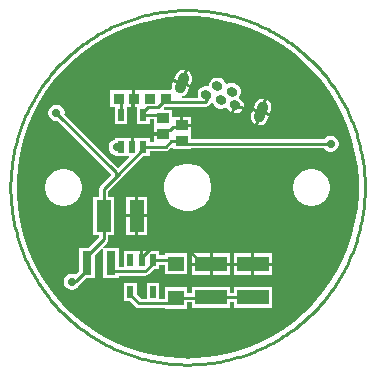
<source format=gtl>
G04*
G04 #@! TF.GenerationSoftware,Altium Limited,Altium Designer,22.0.2 (36)*
G04*
G04 Layer_Physical_Order=1*
G04 Layer_Color=255*
%FSLAX25Y25*%
%MOIN*%
G70*
G04*
G04 #@! TF.SameCoordinates,1EF7E0F6-051E-4D54-85AB-B994BD640D93*
G04*
G04*
G04 #@! TF.FilePolarity,Positive*
G04*
G01*
G75*
%ADD13C,0.01000*%
%ADD24R,0.03347X0.03740*%
%ADD25R,0.03937X0.03543*%
%ADD26R,0.02165X0.03937*%
%ADD27R,0.05512X0.05118*%
%ADD28R,0.03150X0.07874*%
%ADD29R,0.10630X0.05118*%
%ADD30R,0.05118X0.10630*%
G04:AMPARAMS|DCode=31|XSize=71.5mil|YSize=35.75mil|CornerRadius=0mil|HoleSize=0mil|Usage=FLASHONLY|Rotation=250.000|XOffset=0mil|YOffset=0mil|HoleType=Round|Shape=Round|*
%AMOVALD31*
21,1,0.03575,0.03575,0.00000,0.00000,250.0*
1,1,0.03575,0.00611,0.01680*
1,1,0.03575,-0.00611,-0.01680*
%
%ADD31OVALD31*%

G04:AMPARAMS|DCode=32|XSize=37.4mil|YSize=31.5mil|CornerRadius=0mil|HoleSize=0mil|Usage=FLASHONLY|Rotation=340.000|XOffset=0mil|YOffset=0mil|HoleType=Round|Shape=Round|*
%AMOVALD32*
21,1,0.00591,0.03150,0.00000,0.00000,340.0*
1,1,0.03150,-0.00278,0.00101*
1,1,0.03150,0.00278,-0.00101*
%
%ADD32OVALD32*%

%ADD33C,0.02756*%
G36*
X6705Y56648D02*
X11129Y55948D01*
X15484Y54902D01*
X19744Y53518D01*
X23882Y51804D01*
X27873Y49771D01*
X31692Y47430D01*
X35315Y44798D01*
X38721Y41889D01*
X41889Y38721D01*
X44798Y35315D01*
X47430Y31692D01*
X49771Y27873D01*
X51804Y23882D01*
X53518Y19744D01*
X54902Y15484D01*
X55948Y11129D01*
X56648Y6705D01*
X57000Y2240D01*
Y-2240D01*
X56648Y-6705D01*
X55948Y-11129D01*
X54902Y-15484D01*
X53518Y-19744D01*
X51804Y-23882D01*
X49771Y-27873D01*
X47430Y-31692D01*
X44798Y-35315D01*
X41889Y-38721D01*
X38721Y-41889D01*
X35315Y-44798D01*
X31692Y-47430D01*
X27873Y-49771D01*
X23882Y-51804D01*
X19744Y-53518D01*
X15484Y-54902D01*
X11129Y-55948D01*
X6705Y-56648D01*
X2240Y-57000D01*
X0Y-57000D01*
X-2240D01*
X-6705Y-56648D01*
X-11129Y-55948D01*
X-15484Y-54902D01*
X-19744Y-53518D01*
X-23882Y-51804D01*
X-27873Y-49771D01*
X-31692Y-47430D01*
X-35315Y-44798D01*
X-38721Y-41889D01*
X-41889Y-38721D01*
X-44798Y-35315D01*
X-47430Y-31692D01*
X-49771Y-27873D01*
X-51804Y-23882D01*
X-53518Y-19744D01*
X-54902Y-15484D01*
X-55948Y-11129D01*
X-56648Y-6705D01*
X-57000Y-2240D01*
Y2240D01*
X-56648Y6705D01*
X-55948Y11129D01*
X-54902Y15484D01*
X-53518Y19744D01*
X-51804Y23882D01*
X-49771Y27873D01*
X-47430Y31692D01*
X-44798Y35315D01*
X-41889Y38721D01*
X-38721Y41889D01*
X-35315Y44798D01*
X-31692Y47430D01*
X-27873Y49771D01*
X-23882Y51804D01*
X-19744Y53518D01*
X-15484Y54902D01*
X-11129Y55948D01*
X-6705Y56648D01*
X-2240Y57000D01*
X2240D01*
X6705Y56648D01*
D02*
G37*
%LPC*%
G36*
X-1050Y39242D02*
X-1783Y39210D01*
X-2483Y38989D01*
X-3102Y38595D01*
X-3598Y38054D01*
X-3937Y37403D01*
X-4377Y36193D01*
X-2205Y35403D01*
X-826Y39192D01*
X-1050Y39242D01*
D02*
G37*
G36*
X114Y38850D02*
X-1265Y35061D01*
X907Y34270D01*
X1347Y35480D01*
X1506Y36196D01*
X1474Y36930D01*
X1253Y37629D01*
X859Y38248D01*
X318Y38744D01*
X114Y38850D01*
D02*
G37*
G36*
X10347Y36610D02*
X9583D01*
X8845Y36413D01*
X8184Y36031D01*
X7644Y35490D01*
X7262Y34829D01*
X7064Y34091D01*
Y34071D01*
X6667Y33767D01*
X6596Y33786D01*
X5832D01*
X5094Y33588D01*
X4433Y33206D01*
X3892Y32666D01*
X3510Y32004D01*
X3313Y31266D01*
Y30502D01*
X3374Y30272D01*
X3070Y29876D01*
X-1754D01*
X-1831Y30376D01*
X-1329Y30534D01*
X-710Y30928D01*
X-215Y31470D01*
X124Y32120D01*
X565Y33330D01*
X-2077Y34292D01*
X-4719Y35253D01*
X-5159Y34044D01*
X-5318Y33327D01*
X-5300Y32898D01*
X-5704Y32398D01*
X-14740D01*
X-15075Y32398D01*
Y32398D01*
X-15240D01*
Y32398D01*
X-17413D01*
Y29528D01*
Y26658D01*
X-16847D01*
Y21244D01*
X-12681D01*
Y22683D01*
X-11236D01*
Y20358D01*
Y18315D01*
X-8268D01*
Y17315D01*
X-11236D01*
Y15112D01*
X-12681D01*
Y16551D01*
X-18004D01*
Y13583D01*
X-19004D01*
Y16551D01*
X-24327D01*
Y15997D01*
X-24666Y15906D01*
X-25283Y15550D01*
X-25786Y15047D01*
X-26142Y14430D01*
X-26327Y13742D01*
Y13030D01*
X-26142Y12342D01*
X-25786Y11725D01*
X-25283Y11221D01*
X-24666Y10865D01*
X-24327Y10774D01*
Y10614D01*
X-19663D01*
X-19471Y10152D01*
X-23179Y6444D01*
X-41035Y24301D01*
X-40996Y24447D01*
Y25159D01*
X-41180Y25847D01*
X-41537Y26464D01*
X-42040Y26967D01*
X-42657Y27324D01*
X-43345Y27508D01*
X-44057D01*
X-44745Y27324D01*
X-45362Y26967D01*
X-45865Y26464D01*
X-46221Y25847D01*
X-46406Y25159D01*
Y24447D01*
X-46221Y23759D01*
X-45865Y23142D01*
X-45362Y22639D01*
X-44745Y22283D01*
X-44057Y22098D01*
X-43345D01*
X-43198Y22138D01*
X-25496Y4435D01*
Y4128D01*
X-29034Y589D01*
X-29366Y93D01*
X-29482Y-492D01*
Y-3134D01*
X-31512D01*
Y-15764D01*
X-29482D01*
Y-16689D01*
X-33053Y-20260D01*
X-36039D01*
Y-27971D01*
X-37225Y-29157D01*
X-37539Y-28976D01*
X-38227Y-28791D01*
X-38939D01*
X-39627Y-28976D01*
X-40243Y-29332D01*
X-40747Y-29835D01*
X-41103Y-30452D01*
X-41287Y-31140D01*
Y-31852D01*
X-41103Y-32540D01*
X-40747Y-33157D01*
X-40243Y-33660D01*
X-39627Y-34016D01*
X-38939Y-34201D01*
X-38227D01*
X-37539Y-34016D01*
X-36922Y-33660D01*
X-36418Y-33157D01*
X-36062Y-32540D01*
X-35982Y-32239D01*
X-33876Y-30134D01*
X-30890D01*
Y-22423D01*
X-28622Y-20155D01*
X-28165Y-20405D01*
X-28165Y-20699D01*
Y-30134D01*
X-23016D01*
Y-29482D01*
X-14096D01*
X-13511Y-29366D01*
X-13015Y-29034D01*
X-11162Y-27181D01*
X-9532D01*
Y-25742D01*
X-7693D01*
Y-28953D01*
X-181D01*
Y-21835D01*
X-7693D01*
Y-22683D01*
X-9532D01*
Y-21244D01*
X-14854D01*
Y-24213D01*
X-15854D01*
Y-21244D01*
X-21177D01*
Y-26423D01*
X-23016D01*
Y-20260D01*
X-27690D01*
X-28020Y-20260D01*
X-28270Y-19803D01*
X-26871Y-18404D01*
X-26540Y-17908D01*
X-26423Y-17323D01*
Y-15764D01*
X-24394D01*
Y-3134D01*
X-26423D01*
Y-1126D01*
X-22885Y2413D01*
X-14684Y10614D01*
X-12681D01*
Y12053D01*
X-7346D01*
X-6760Y12170D01*
X-6264Y12501D01*
X-5399Y13366D01*
X-4937Y13175D01*
Y12681D01*
X1000D01*
Y13037D01*
X45398D01*
X45474Y12906D01*
X45977Y12403D01*
X46594Y12047D01*
X47282Y11862D01*
X47994D01*
X48682Y12047D01*
X49299Y12403D01*
X49802Y12906D01*
X50158Y13523D01*
X50343Y14211D01*
Y14923D01*
X50158Y15611D01*
X49802Y16228D01*
X49299Y16731D01*
X48682Y17087D01*
X47994Y17272D01*
X47282D01*
X46594Y17087D01*
X45977Y16731D01*
X45474Y16228D01*
X45398Y16096D01*
X1000D01*
Y17996D01*
Y20268D01*
X-1969D01*
Y20768D01*
X-2468D01*
Y23539D01*
X-4937D01*
X-5299Y23872D01*
Y25902D01*
X-7742D01*
X-7952Y26379D01*
X-7728Y26658D01*
X-4610D01*
Y26817D01*
X5692D01*
X6278Y26934D01*
X6774Y27265D01*
X7641Y28132D01*
X7733Y28270D01*
X8264Y28183D01*
X8278Y28171D01*
X8320Y28014D01*
X8702Y27352D01*
X9242Y26812D01*
X9904Y26430D01*
X10642Y26232D01*
X11406D01*
X12144Y26430D01*
X12584Y26684D01*
X13161Y26517D01*
X13202Y26387D01*
X13566Y25815D01*
X14066Y25357D01*
X14484Y25139D01*
X15363Y27554D01*
X15833Y27383D01*
X16004Y27853D01*
X18660Y26886D01*
X18698Y27056D01*
X18668Y27733D01*
X18464Y28380D01*
X18100Y28952D01*
X17600Y29410D01*
X17230Y29603D01*
X17102Y30153D01*
X17117Y30212D01*
X17479Y30838D01*
X17676Y31576D01*
Y32340D01*
X17479Y33078D01*
X17097Y33740D01*
X16556Y34280D01*
X15895Y34662D01*
X15157Y34860D01*
X14393D01*
X13655Y34662D01*
X13288Y34450D01*
X12711Y34672D01*
X12669Y34829D01*
X12287Y35490D01*
X11747Y36031D01*
X11085Y36413D01*
X10347Y36610D01*
D02*
G37*
G36*
X25402Y29614D02*
X24669Y29582D01*
X23969Y29362D01*
X23350Y28967D01*
X22854Y28426D01*
X22515Y27775D01*
X22075Y26565D01*
X24247Y25775D01*
X25626Y29565D01*
X25402Y29614D01*
D02*
G37*
G36*
X16132Y26743D02*
X15424Y24797D01*
X15884Y24695D01*
X16562Y24725D01*
X17208Y24929D01*
X17780Y25293D01*
X18238Y25793D01*
X18318Y25947D01*
X16132Y26743D01*
D02*
G37*
G36*
X26566Y29223D02*
X25187Y25433D01*
X27359Y24642D01*
X27799Y25852D01*
X27958Y26568D01*
X27926Y27302D01*
X27705Y28002D01*
X27311Y28621D01*
X26770Y29116D01*
X26566Y29223D01*
D02*
G37*
G36*
X-1469Y23539D02*
Y21268D01*
X1000D01*
Y23539D01*
X-1469D01*
D02*
G37*
G36*
X-18413Y32398D02*
X-25705D01*
Y26658D01*
X-24327D01*
Y21244D01*
X-20161D01*
Y26658D01*
X-18413D01*
Y29528D01*
Y32398D01*
D02*
G37*
G36*
X21733Y25626D02*
X21293Y24416D01*
X21134Y23699D01*
X21166Y22966D01*
X21386Y22266D01*
X21781Y21647D01*
X22322Y21151D01*
X22526Y21045D01*
X23905Y24835D01*
X21733Y25626D01*
D02*
G37*
G36*
X24845Y24493D02*
X23465Y20703D01*
X23689Y20654D01*
X24423Y20686D01*
X25123Y20906D01*
X25742Y21301D01*
X26237Y21842D01*
X26576Y22493D01*
X27017Y23702D01*
X24845Y24493D01*
D02*
G37*
G36*
X41944Y6150D02*
X40733D01*
X39545Y5913D01*
X38426Y5450D01*
X37418Y4777D01*
X36562Y3920D01*
X35889Y2913D01*
X35425Y1794D01*
X35189Y606D01*
Y-606D01*
X35425Y-1794D01*
X35889Y-2913D01*
X36562Y-3920D01*
X37418Y-4777D01*
X38426Y-5450D01*
X39545Y-5913D01*
X40733Y-6150D01*
X41944D01*
X43132Y-5913D01*
X44251Y-5450D01*
X45259Y-4777D01*
X46115Y-3920D01*
X46788Y-2913D01*
X47252Y-1794D01*
X47488Y-606D01*
Y606D01*
X47252Y1794D01*
X46788Y2913D01*
X46115Y3920D01*
X45259Y4777D01*
X44251Y5450D01*
X43132Y5913D01*
X41944Y6150D01*
D02*
G37*
G36*
X-40733D02*
X-41944D01*
X-43132Y5913D01*
X-44251Y5450D01*
X-45259Y4777D01*
X-46115Y3920D01*
X-46788Y2913D01*
X-47252Y1794D01*
X-47488Y606D01*
Y-606D01*
X-47252Y-1794D01*
X-46788Y-2913D01*
X-46115Y-3920D01*
X-45259Y-4777D01*
X-44251Y-5450D01*
X-43132Y-5913D01*
X-41944Y-6150D01*
X-40733D01*
X-39545Y-5913D01*
X-38426Y-5450D01*
X-37418Y-4777D01*
X-36562Y-3920D01*
X-35889Y-2913D01*
X-35425Y-1794D01*
X-35189Y-606D01*
Y606D01*
X-35425Y1794D01*
X-35889Y2913D01*
X-36562Y3920D01*
X-37418Y4777D01*
X-38426Y5450D01*
X-39545Y5913D01*
X-40733Y6150D01*
D02*
G37*
G36*
X780Y7921D02*
X-780D01*
X-2310Y7617D01*
X-3752Y7020D01*
X-5049Y6153D01*
X-6153Y5049D01*
X-7020Y3752D01*
X-7617Y2310D01*
X-7921Y780D01*
Y-780D01*
X-7617Y-2310D01*
X-7020Y-3752D01*
X-6153Y-5049D01*
X-5049Y-6153D01*
X-3752Y-7020D01*
X-2310Y-7617D01*
X-780Y-7921D01*
X780D01*
X2310Y-7617D01*
X3752Y-7020D01*
X5049Y-6153D01*
X6153Y-5049D01*
X7020Y-3752D01*
X7617Y-2310D01*
X7921Y-780D01*
Y780D01*
X7617Y2310D01*
X7020Y3752D01*
X6153Y5049D01*
X5049Y6153D01*
X3752Y7020D01*
X2310Y7617D01*
X780Y7921D01*
D02*
G37*
G36*
X-13370Y-3134D02*
X-16429D01*
Y-8949D01*
X-13370D01*
Y-3134D01*
D02*
G37*
G36*
X-17429D02*
X-20488D01*
Y-8949D01*
X-17429D01*
Y-3134D01*
D02*
G37*
G36*
X-13370Y-9949D02*
X-16429D01*
Y-15764D01*
X-13370D01*
Y-9949D01*
D02*
G37*
G36*
X-17429D02*
X-20488D01*
Y-15764D01*
X-17429D01*
Y-9949D01*
D02*
G37*
G36*
X27968Y-22031D02*
X22153D01*
Y-25091D01*
X27968D01*
Y-22031D01*
D02*
G37*
G36*
X21154D02*
X15339D01*
Y-25091D01*
X21154D01*
Y-22031D01*
D02*
G37*
G36*
X14189D02*
X8374D01*
Y-25091D01*
X14189D01*
Y-22031D01*
D02*
G37*
G36*
X7374D02*
X1559D01*
Y-25091D01*
X7374D01*
Y-22031D01*
D02*
G37*
G36*
X27968Y-26091D02*
X22153D01*
Y-29150D01*
X27968D01*
Y-26091D01*
D02*
G37*
G36*
X21154D02*
X15339D01*
Y-29150D01*
X21154D01*
Y-26091D01*
D02*
G37*
G36*
X14189D02*
X8374D01*
Y-29150D01*
X14189D01*
Y-26091D01*
D02*
G37*
G36*
X7374D02*
X1559D01*
Y-29150D01*
X7374D01*
Y-26091D01*
D02*
G37*
G36*
X-9532Y-31874D02*
X-13697D01*
Y-37136D01*
X-15524D01*
X-17012Y-35648D01*
Y-31874D01*
X-21177D01*
Y-37811D01*
X-19175D01*
X-17239Y-39747D01*
X-16743Y-40078D01*
X-16158Y-40195D01*
X-7693D01*
Y-40370D01*
X-181D01*
Y-38340D01*
X1559D01*
Y-40173D01*
X14189D01*
Y-38144D01*
X15339D01*
Y-40173D01*
X27968D01*
Y-33055D01*
X15339D01*
Y-35085D01*
X14189D01*
Y-33055D01*
X1559D01*
Y-35282D01*
X-181D01*
Y-33252D01*
X-7693D01*
Y-37136D01*
X-9532D01*
Y-31874D01*
D02*
G37*
%LPD*%
D13*
X6560Y29214D02*
Y30539D01*
X6214Y30884D02*
X6560Y30539D01*
X5692Y28346D02*
X6560Y29214D01*
X-6110Y28346D02*
X5692D01*
X-7283Y29520D02*
X-6110Y28346D01*
X-7283Y29520D02*
Y29528D01*
X-1969Y15453D02*
X-1083Y14567D01*
X47638D01*
X-23967Y3494D02*
X-14764Y12697D01*
X-27953Y-492D02*
X-23967Y3494D01*
X-43701Y24803D02*
X-23967Y5069D01*
Y3494D02*
Y5069D01*
X-14764Y12697D02*
Y13583D01*
X-27953Y-9449D02*
Y-492D01*
X-33465Y-25197D02*
Y-22835D01*
X-27953Y-17323D01*
Y-9449D01*
X-38583Y-31496D02*
X-38247Y-31160D01*
X-37066D01*
X-33465Y-27559D01*
Y-25197D01*
X-14096Y-27953D02*
X-12197Y-26053D01*
Y-24795D02*
X-11614Y-24213D01*
X-12197Y-26053D02*
Y-24795D01*
X-24516Y-27953D02*
X-14096D01*
X-25591Y-26878D02*
X-24516Y-27953D01*
X-25591Y-26878D02*
Y-25197D01*
X-23622Y13386D02*
X-22441D01*
X-22244Y13583D01*
X-23031Y29528D02*
X-22244Y28740D01*
X-18504Y28937D02*
X-17913Y29528D01*
X-7283Y29331D02*
Y29528D01*
X-14764Y25098D02*
X-13205Y26658D01*
X-9957D02*
X-7283Y29331D01*
X-13205Y26658D02*
X-9957D01*
X-22244Y24213D02*
Y28740D01*
X-18504Y17717D02*
Y28937D01*
X-18406Y17815D02*
X-8268D01*
X-14764Y24213D02*
X-9350D01*
X-8268Y23130D01*
Y17815D02*
X-6996Y19087D01*
X-5913D01*
X-4851Y20149D01*
X-2587D01*
X-1969Y20768D01*
X-14764Y13583D02*
X-7346D01*
X-5475Y15453D01*
X-1969D01*
X-18504Y13583D02*
Y17717D01*
X-18406Y17815D01*
X-14764Y24213D02*
Y25098D01*
X7874Y-36614D02*
X21654D01*
X-28642Y-8760D02*
X-27953Y-9449D01*
X-15354Y-23327D02*
X-12106Y-20079D01*
X-15354Y-24213D02*
Y-23327D01*
X5118Y-25591D02*
X7874D01*
X-394Y-20079D02*
X5118Y-25591D01*
X-12106Y-20079D02*
X-394D01*
X-3937Y-36811D02*
X7677D01*
X7874Y-36614D01*
X-16158Y-38665D02*
X-5791D01*
X-19094Y-35728D02*
X-16158Y-38665D01*
X-5791D02*
X-3937Y-36811D01*
X-19094Y-35728D02*
Y-34843D01*
X-5118Y-24213D02*
X-3937Y-25394D01*
X-11614Y-24213D02*
X-5118D01*
X59055Y0D02*
X59047Y1000D01*
X59021Y2000D01*
X58979Y2999D01*
X58920Y3997D01*
X58843Y4995D01*
X58750Y5991D01*
X58641Y6985D01*
X58514Y7977D01*
X58371Y8967D01*
X58210Y9954D01*
X58033Y10938D01*
X57840Y11919D01*
X57630Y12897D01*
X57403Y13871D01*
X57160Y14841D01*
X56900Y15807D01*
X56624Y16769D01*
X56332Y17725D01*
X56024Y18677D01*
X55700Y19623D01*
X55359Y20563D01*
X55003Y21498D01*
X54631Y22426D01*
X54244Y23348D01*
X53841Y24263D01*
X53422Y25172D01*
X52988Y26073D01*
X52539Y26966D01*
X52075Y27852D01*
X51595Y28730D01*
X51101Y29600D01*
X50593Y30461D01*
X50070Y31313D01*
X49532Y32157D01*
X48981Y32991D01*
X48415Y33816D01*
X47835Y34631D01*
X47242Y35436D01*
X46635Y36231D01*
X46015Y37015D01*
X45381Y37789D01*
X44735Y38552D01*
X44076Y39305D01*
X43404Y40045D01*
X42719Y40775D01*
X42023Y41492D01*
X41314Y42198D01*
X40593Y42892D01*
X39861Y43573D01*
X39118Y44242D01*
X38363Y44898D01*
X37597Y45541D01*
X36820Y46171D01*
X36033Y46788D01*
X35236Y47392D01*
X34428Y47982D01*
X33610Y48558D01*
X32783Y49120D01*
X31947Y49668D01*
X31101Y50202D01*
X30246Y50721D01*
X29383Y51226D01*
X28511Y51717D01*
X27631Y52192D01*
X26744Y52653D01*
X25848Y53098D01*
X24945Y53528D01*
X24035Y53943D01*
X23118Y54342D01*
X22195Y54726D01*
X21264Y55094D01*
X20328Y55446D01*
X19387Y55782D01*
X18439Y56103D01*
X17486Y56407D01*
X16529Y56695D01*
X15566Y56967D01*
X14599Y57222D01*
X13628Y57461D01*
X12653Y57684D01*
X11674Y57890D01*
X10692Y58079D01*
X9707Y58252D01*
X8719Y58408D01*
X7729Y58547D01*
X6736Y58670D01*
X5742Y58775D01*
X4746Y58864D01*
X3748Y58936D01*
X2749Y58991D01*
X1750Y59029D01*
X750Y59050D01*
X-250Y59055D01*
X-1250Y59042D01*
X-2250Y59012D01*
X-3249Y58966D01*
X-4247Y58902D01*
X-5244Y58822D01*
X-6239Y58725D01*
X-7233Y58610D01*
X-8224Y58480D01*
X-9214Y58332D01*
X-10200Y58167D01*
X-11184Y57986D01*
X-12164Y57789D01*
X-13141Y57574D01*
X-14114Y57344D01*
X-15083Y57096D01*
X-16048Y56833D01*
X-17008Y56553D01*
X-17964Y56257D01*
X-18914Y55944D01*
X-19858Y55616D01*
X-20797Y55272D01*
X-21731Y54912D01*
X-22657Y54536D01*
X-23578Y54144D01*
X-24491Y53737D01*
X-25398Y53315D01*
X-26297Y52877D01*
X-27189Y52424D01*
X-28073Y51956D01*
X-28948Y51473D01*
X-29816Y50976D01*
X-30675Y50463D01*
X-31525Y49937D01*
X-32366Y49396D01*
X-33198Y48840D01*
X-34021Y48271D01*
X-34833Y47688D01*
X-35636Y47091D01*
X-36428Y46481D01*
X-37210Y45858D01*
X-37981Y45221D01*
X-38742Y44571D01*
X-39491Y43909D01*
X-40229Y43234D01*
X-40955Y42546D01*
X-41670Y41846D01*
X-42373Y41135D01*
X-43063Y40411D01*
X-43741Y39676D01*
X-44407Y38930D01*
X-45060Y38172D01*
X-45700Y37404D01*
X-46327Y36624D01*
X-46940Y35835D01*
X-47541Y35034D01*
X-48127Y34224D01*
X-48700Y33404D01*
X-49258Y32575D01*
X-49803Y31736D01*
X-50333Y30888D01*
X-50849Y30031D01*
X-51350Y29166D01*
X-51837Y28292D01*
X-52309Y27410D01*
X-52765Y26520D01*
X-53207Y25623D01*
X-53633Y24718D01*
X-54044Y23806D01*
X-54440Y22888D01*
X-54819Y21962D01*
X-55183Y21031D01*
X-55532Y20093D01*
X-55864Y19150D01*
X-56180Y18201D01*
X-56480Y17247D01*
X-56764Y16288D01*
X-57032Y15325D01*
X-57284Y14357D01*
X-57518Y13384D01*
X-57737Y12408D01*
X-57939Y11429D01*
X-58124Y10446D01*
X-58293Y9460D01*
X-58444Y8472D01*
X-58579Y7481D01*
X-58698Y6488D01*
X-58799Y5493D01*
X-58884Y4496D01*
X-58951Y3498D01*
X-59002Y2499D01*
X-59036Y1500D01*
X-59053Y500D01*
X-59053Y-500D01*
X-59036Y-1500D01*
X-59002Y-2500D01*
X-58951Y-3499D01*
X-58884Y-4497D01*
X-58799Y-5493D01*
X-58698Y-6488D01*
X-58579Y-7481D01*
X-58444Y-8472D01*
X-58292Y-9461D01*
X-58124Y-10447D01*
X-57938Y-11429D01*
X-57737Y-12409D01*
X-57518Y-13385D01*
X-57283Y-14357D01*
X-57032Y-15325D01*
X-56764Y-16289D01*
X-56480Y-17248D01*
X-56180Y-18202D01*
X-55864Y-19151D01*
X-55532Y-20094D01*
X-55183Y-21031D01*
X-54819Y-21963D01*
X-54439Y-22888D01*
X-54044Y-23807D01*
X-53633Y-24719D01*
X-53207Y-25623D01*
X-52765Y-26521D01*
X-52308Y-27411D01*
X-51837Y-28292D01*
X-51350Y-29166D01*
X-50849Y-30032D01*
X-50333Y-30889D01*
X-49803Y-31736D01*
X-49258Y-32575D01*
X-48699Y-33405D01*
X-48127Y-34225D01*
X-47540Y-35035D01*
X-46940Y-35835D01*
X-46326Y-36625D01*
X-45700Y-37404D01*
X-45059Y-38173D01*
X-44407Y-38930D01*
X-43741Y-39677D01*
X-43063Y-40412D01*
X-42372Y-41135D01*
X-41669Y-41847D01*
X-40955Y-42546D01*
X-40229Y-43234D01*
X-39491Y-43909D01*
X-38741Y-44572D01*
X-37981Y-45221D01*
X-37210Y-45858D01*
X-36428Y-46481D01*
X-35635Y-47092D01*
X-34833Y-47688D01*
X-34020Y-48272D01*
X-33198Y-48841D01*
X-32366Y-49396D01*
X-31525Y-49937D01*
X-30674Y-50464D01*
X-29816Y-50976D01*
X-28948Y-51473D01*
X-28072Y-51956D01*
X-27188Y-52424D01*
X-26296Y-52877D01*
X-25397Y-53315D01*
X-24491Y-53737D01*
X-23577Y-54145D01*
X-22657Y-54536D01*
X-21730Y-54912D01*
X-20797Y-55272D01*
X-19858Y-55616D01*
X-18913Y-55945D01*
X-17963Y-56257D01*
X-17008Y-56553D01*
X-16048Y-56833D01*
X-15083Y-57097D01*
X-14114Y-57344D01*
X-13141Y-57575D01*
X-12164Y-57789D01*
X-11183Y-57986D01*
X-10200Y-58168D01*
X-9213Y-58332D01*
X-8224Y-58480D01*
X-7232Y-58611D01*
X-6239Y-58725D01*
X-5244Y-58822D01*
X-4247Y-58902D01*
X-3249Y-58966D01*
X-2249Y-59012D01*
X-1250Y-59042D01*
X-250Y-59055D01*
X750Y-59050D01*
X1750Y-59029D01*
X2750Y-58991D01*
X3748Y-58936D01*
X4746Y-58864D01*
X5742Y-58775D01*
X6736Y-58670D01*
X7729Y-58547D01*
X8719Y-58408D01*
X9707Y-58252D01*
X10692Y-58079D01*
X11674Y-57890D01*
X12653Y-57684D01*
X13628Y-57461D01*
X14599Y-57222D01*
X15566Y-56967D01*
X16529Y-56695D01*
X17486Y-56407D01*
X18439Y-56103D01*
X19387Y-55782D01*
X20328Y-55446D01*
X21264Y-55094D01*
X22195Y-54726D01*
X23118Y-54342D01*
X24035Y-53943D01*
X24945Y-53528D01*
X25848Y-53098D01*
X26744Y-52653D01*
X27631Y-52192D01*
X28511Y-51717D01*
X29383Y-51227D01*
X30246Y-50722D01*
X31101Y-50202D01*
X31947Y-49668D01*
X32783Y-49120D01*
X33610Y-48558D01*
X34428Y-47982D01*
X35235Y-47392D01*
X36033Y-46788D01*
X36820Y-46171D01*
X37597Y-45541D01*
X38363Y-44898D01*
X39117Y-44242D01*
X39861Y-43573D01*
X40593Y-42892D01*
X41314Y-42198D01*
X42022Y-41493D01*
X42719Y-40775D01*
X43403Y-40046D01*
X44075Y-39305D01*
X44735Y-38553D01*
X45381Y-37790D01*
X46014Y-37016D01*
X46635Y-36231D01*
X47242Y-35436D01*
X47835Y-34631D01*
X48415Y-33816D01*
X48980Y-32991D01*
X49532Y-32157D01*
X50069Y-31314D01*
X50593Y-30461D01*
X51101Y-29600D01*
X51595Y-28731D01*
X52074Y-27853D01*
X52539Y-26967D01*
X52988Y-26073D01*
X53422Y-25172D01*
X53840Y-24264D01*
X54243Y-23349D01*
X54631Y-22427D01*
X55003Y-21498D01*
X55359Y-20564D01*
X55699Y-19623D01*
X56024Y-18677D01*
X56332Y-17726D01*
X56624Y-16769D01*
X56900Y-15808D01*
X57160Y-14842D01*
X57403Y-13872D01*
X57629Y-12898D01*
X57840Y-11920D01*
X58033Y-10939D01*
X58210Y-9955D01*
X58370Y-8967D01*
X58514Y-7978D01*
X58640Y-6986D01*
X58750Y-5991D01*
X58843Y-4996D01*
X58920Y-3999D01*
X58979Y-3000D01*
X59021Y-2001D01*
X59047Y-1001D01*
X59055Y-1D01*
Y0D01*
D24*
X-17913Y29528D02*
D03*
X-23031D02*
D03*
X-12402D02*
D03*
X-7283D02*
D03*
D25*
X-1969Y20768D02*
D03*
Y15453D02*
D03*
X-8268Y17815D02*
D03*
Y23130D02*
D03*
D26*
X-22244Y24213D02*
D03*
X-14764D02*
D03*
Y13583D02*
D03*
X-18504D02*
D03*
X-22244D02*
D03*
X-11614Y-24213D02*
D03*
X-15354D02*
D03*
X-19094D02*
D03*
Y-34843D02*
D03*
X-11614D02*
D03*
D27*
X-3937Y-36811D02*
D03*
Y-25394D02*
D03*
D28*
X-25591Y-25197D02*
D03*
X-33465D02*
D03*
D29*
X7874Y-36614D02*
D03*
Y-25591D02*
D03*
X21654Y-36614D02*
D03*
Y-25591D02*
D03*
D30*
X-27953Y-9449D02*
D03*
X-16929D02*
D03*
D31*
X24546Y25134D02*
D03*
X-1906Y34762D02*
D03*
D32*
X15833Y27383D02*
D03*
X14775Y31958D02*
D03*
X11024Y29134D02*
D03*
X9965Y33709D02*
D03*
X6214Y30884D02*
D03*
D33*
X0Y55512D02*
D03*
X47638Y14567D02*
D03*
X-43701Y24803D02*
D03*
X-38583Y-31496D02*
D03*
X35433Y42913D02*
D03*
X-42520Y35827D02*
D03*
X-38976Y-39764D02*
D03*
X37795Y-40945D02*
D03*
X55512Y0D02*
D03*
X-55512Y-1181D02*
D03*
X0Y-55905D02*
D03*
X24016Y-25591D02*
D03*
X19291D02*
D03*
X10236D02*
D03*
X5512D02*
D03*
X-23622Y13386D02*
D03*
X-12402Y29535D02*
D03*
M02*

</source>
